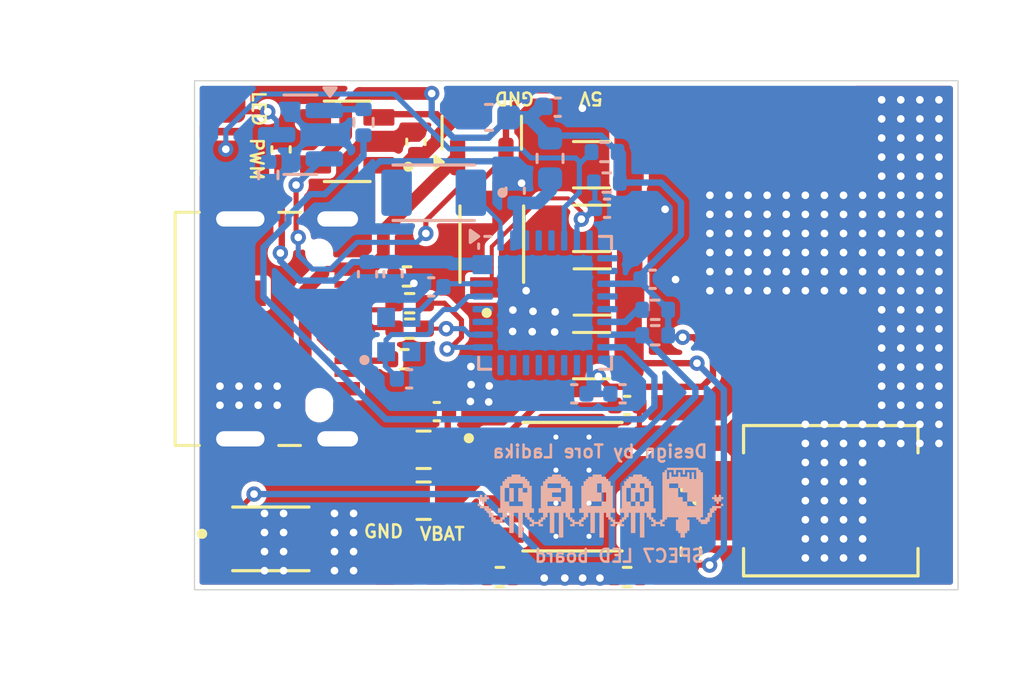
<source format=kicad_pcb>
(kicad_pcb (version 20240108) (generator "pcbnew") (generator_version "8.0")
  (layers (0 "F.Cu" signal) (31 "B.Cu" signal) (34 "B.Paste" user) (35 "F.Paste" user) (36 "B.SilkS" user "B.Silkscreen") (37 "F.SilkS" user "F.Silkscreen") (38 "B.Mask" user) (39 "F.Mask" user) (44 "Edge.Cuts" user))
  (net 0 "")
  (net 1 "GND")
  (net 2 "5V_BUCK")
  (net 3 "5V_USB")
  (net 4 "4.5V")
  (net 7 "Net-(J1-D--PadA7)")
  (net 8 "Net-(J1-D+-PadA6)")
  (net 9 "Net-(J1-CC1)")
  (net 10 "Net-(J1-CC2)")
  (net 11 "BOOT")
  (net 12 "ENABLE")
  (net 19 "USB_D-")
  (net 20 "USB_D+")
  (net 21 "XTAL_N")
  (net 22 "XTAL_P")
  (net 24 "Net-(Q1-B)")
  (net 26 "Net-(U1-GPIO8)")
  (net 29 "VDD3P3")
  (net 30 "3.3V")
  (net 35 "WIFI_ANT")
  (net 37 "LED1_OUT")
  (net 39 "FB")
  (net 41 "SS")
  (net 42 "Net-(U3-BOOT)")
  (net 43 "+BATT")
  (net 44 "Net-(D2-K)")
  (net 45 "Switching frequency")
  (net 46 "PWM1")
  (net 47 "LED1_IN")
  (footprint "Capacitor_SMD:C_0805_2012Metric" (layer "F.Cu") (at 189 86.5 180)
    (property "Reference" "C15" (hide yes))
    (property "Value" "C4.7µF")
  )
  (footprint "Resistor_SMD:R_0402_1005Metric_Pad0.72x0.64mm_HandSolder" (layer "F.Cu") (at 188.453991 79.740363)
    (property "Reference" "R4" (hide yes))
    (property "Value" "R22")
  )
  (footprint "B3U-1000P:SW_B3U-1000P" (layer "F.Cu") (at 183 88)
    (property "Reference" "S1" (hide yes))
    (property "Value" "B3U-1000P")
  )
  (footprint "Resistor_SMD:R_0402_1005Metric" (layer "F.Cu") (at 188.243991 80.940363)
    (property "Reference" "R2" (hide yes))
    (property "Value" "R5.1K")
  )
  (footprint "Capacitor_SMD:C_0402_1005Metric" (layer "F.Cu") (at 183.4 72.7 90)
    (property "Reference" "C2" (hide yes))
    (property "Value" "C1µF")
  )
  (footprint "Capacitor_SMD:C_0402_1005Metric" (layer "F.Cu") (at 199.5 86 90)
    (property "Reference" "C13" (hide yes))
    (property "Value" "C22nF")
  )
  (footprint "Package_TO_SOT_SMD:SOT-23" (layer "F.Cu") (at 191.2875 72.04 90)
    (property "Reference" "D1" (hide yes))
    (property "Value" "BAT54C")
  )
  (footprint "RT9013-33GB:SOT94P279X129-5N" (layer "F.Cu") (at 186 72.38 180)
    (property "Reference" "U2" (hide yes))
    (property "Value" "RT9013-33GB")
  )
  (footprint "Resistor_SMD:R_0402_1005Metric" (layer "F.Cu") (at 197 89.5 180)
    (property "Reference" "R10" (hide yes))
    (property "Value" "R17.8k")
  )
  (footprint "Resistor_SMD:R_0402_1005Metric" (layer "F.Cu") (at 192 89.5)
    (property "Reference" "R11" (hide yes))
    (property "Value" "R84.5k")
  )
  (footprint "custom:solder pad small" (layer "F.Cu") (at 189.5 89)
    (property "Reference" "S3" (hide yes))
    (property "Value" "solder pad")
  )
  (footprint "Capacitor_SMD:C_0402_1005Metric" (layer "F.Cu") (at 189.52 83 180)
    (property "Reference" "C14" (hide yes))
    (property "Value" "C0.1µF")
  )
  (footprint "Connector_USB:USB_C_Receptacle_JAE_DX07S016JA1R1500" (layer "F.Cu") (at 182.95 79.75 -90)
    (property "Reference" "J1" (hide yes))
    (property "Value" "USB_C_Receptacle_USB2.0_16P")
  )
  (footprint "Resistor_SMD:R_0402_1005Metric_Pad0.72x0.64mm_HandSolder" (layer "F.Cu") (at 188.453991 78.740363)
    (property "Reference" "R3" (hide yes))
    (property "Value" "R22")
  )
  (footprint "custom:TECHFUSE SL1050-100M" (layer "F.Cu") (at 204 76.5 90)
    (property "Reference" "L2" (hide yes))
    (property "Value" "L10µH")
  )
  (footprint "custom:solder pad small" (layer "F.Cu") (at 187.5 89 180)
    (property "Reference" "S4" (hide yes))
    (property "Value" "solder pad")
  )
  (footprint "Capacitor_SMD:C_1206_3216Metric" (layer "F.Cu") (at 195.6 75.8 180)
    (property "Reference" "C10" (hide yes))
    (property "Value" "C47µF")
  )
  (footprint "custom:solder pad small" (layer "F.Cu") (at 181.2 71 90)
    (property "Reference" "S7" (hide yes))
    (property "Value" "solder pad")
  )
  (footprint "B3U-1000P:SW_B3U-1000P" (layer "F.Cu") (at 191.68 76.42 90)
    (property "Reference" "S2" (hide yes))
    (property "Value" "B3U-1000P")
  )
  (footprint "LMR14050SDDAR:VREG_LM5017MR_NOPB" (layer "F.Cu") (at 194.85 85.95)
    (property "Reference" "U3" (hide yes))
    (property "Value" "LMR14050SDDAR")
  )
  (footprint "Resistor_SMD:R_0402_1005Metric" (layer "F.Cu") (at 188.35 77.69 180)
    (property "Reference" "R1" (hide yes))
    (property "Value" "R5.1K")
  )
  (footprint "STPS5L60S:DIOM6859X262N" (layer "F.Cu") (at 205 86.5)
    (property "Reference" "D2" (hide yes))
    (property "Value" "D_Schottky")
  )
  (footprint "custom:solder pad small" (layer "F.Cu") (at 197 71 90)
    (property "Reference" "S5" (hide yes))
    (property "Value" "solder pad")
  )
  (footprint "Capacitor_SMD:C_0805_2012Metric" (layer "F.Cu") (at 189 84.5 180)
    (property "Reference" "C16" (hide yes))
    (property "Value" "C4.7µF")
  )
  (footprint "custom:solder pad small" (layer "F.Cu") (at 181.2 73 90)
    (property "Reference" "S8" (hide yes))
    (property "Value" "solder pad")
  )
  (footprint "Capacitor_SMD:C_1206_3216Metric" (layer "F.Cu") (at 195.625 78.3 180)
    (property "Reference" "C9" (hide yes))
    (property "Value" "C47µF")
  )
  (footprint "Capacitor_SMD:C_1206_3216Metric" (layer "F.Cu") (at 195.6 73.3 180)
    (property "Reference" "C11" (hide yes))
    (property "Value" "C47µF")
  )
  (footprint "Capacitor_SMD:C_0402_1005Metric" (layer "F.Cu") (at 188.7 72.4 -90)
    (property "Reference" "C1" (hide yes))
    (property "Value" "C1µF")
  )
  (footprint "Resistor_SMD:R_0402_1005Metric" (layer "F.Cu") (at 199.5 88.5 -90)
    (property "Reference" "R9" (hide yes))
    (property "Value" "R100k")
  )
  (footprint "Capacitor_SMD:C_1206_3216Metric" (layer "F.Cu") (at 195.6 80.8 180)
    (property "Reference" "C8" (hide yes))
    (property "Value" "C47µF")
  )
  (footprint "custom:solder pad small" (layer "F.Cu") (at 194.15 71.35 90)
    (property "Reference" "S6" (hide yes))
    (property "Value" "solder pad")
  )
  (footprint "Capacitor_SMD:C_0402_1005Metric" (layer "F.Cu") (at 197 82.76)
    (property "Reference" "C12" (hide yes))
    (property "Value" "C0.1µF")
  )
  (footprint "LOGO" (layer "B.Cu") (at 195.95 86.58 180)
    (property "Reference" "G***" (hide yes))
    (property "Value" "LOGO" (hide yes))
  )
  (footprint "Capacitor_SMD:C_0402_1005Metric" (layer "B.Cu") (at 187.8 77.6 -90)
    (property "Reference" "C20" (hide yes))
    (property "Value" "C10nF")
  )
  (footprint "Inductor_SMD:L_0603_1608Metric" (layer "B.Cu") (at 193.97 73.0525 90)
    (property "Reference" "L1" (hide yes))
    (property "Value" "L2nH")
  )
  (footprint "Capacitor_SMD:C_0402_1005Metric" (layer "B.Cu") (at 192.6 74.32 90)
    (property "Reference" "C4" (hide yes))
    (property "Value" "C1µF")
  )
  (footprint "Capacitor_SMD:C_0402_1005Metric" (layer "B.Cu") (at 194.92 82.3 180)
    (property "Reference" "C17" (hide yes))
    (property "Value" "C1µF")
  )
  (footprint "Resistor_SMD:R_0402_1005Metric" (layer "B.Cu") (at 198.1 79)
    (property "Reference" "R6" (hide yes))
    (property "Value" "R10k")
  )
  (footprint "Resistor_SMD:R_0402_1005Metric" (layer "B.Cu") (at 196.11 72.8)
    (property "Reference" "R5" (hide yes))
    (property "Value" "R10k")
  )
  (footprint "Capacitor_SMD:C_0402_1005Metric" (layer "B.Cu") (at 186.8 77.6 -90)
    (property "Reference" "C19" (hide yes))
    (property "Value" "C1µF")
  )
  (footprint "Package_DFN_QFN:QFN-32-1EP_5x5mm_P0.5mm_EP3.7x3.7mm" (layer "B.Cu") (at 193.775 78.725 -90)
    (property "Reference" "U1" (hide yes))
    (property "Value" "ESP32-C3")
  )
  (footprint "Capacitor_SMD:C_0402_1005Metric" (layer "B.Cu") (at 188.4325 81.7125)
    (property "Reference" "C21" (hide yes))
    (property "Value" "C12pF")
  )
  (footprint "Capacitor_SMD:C_0603_1608Metric" (layer "B.Cu") (at 191.57 71.44 180)
    (property "Reference" "C6" (hide yes))
    (property "Value" "C10µF")
  )
  (footprint "XRCGB40M000F1S1DR0:OSC_XRCGB40M000F1S1DR0" (layer "B.Cu") (at 188.0275 79.9725)
    (property "Reference" "Y1" (hide yes))
    (property "Value" "XRCGB40M000F1S1DR0")
  )
  (footprint "Capacitor_SMD:C_0402_1005Metric" (layer "B.Cu") (at 189.3 78.1 180)
    (property "Reference" "C22" (hide yes))
    (property "Value" "C12pF")
  )
  (footprint "Capacitor_SMD:C_0402_1005Metric" (layer "B.Cu") (at 198 77.8)
    (property "Reference" "C7" (hide yes))
    (property "Value" "C0.1µF")
  )
  (footprint "2450AT18A100E:ANTC3216X140N" (layer "B.Cu") (at 189.4 74.4 180)
    (property "Reference" "AE1" (hide yes))
    (property "Value" "2450AT18A100E")
  )
  (footprint "Capacitor_SMD:C_0402_1005Metric" (layer "B.Cu") (at 194.27 71.04)
    (property "Reference" "C5" (hide yes))
    (property "Value" "C0.1µF")
  )
  (footprint "Resistor_SMD:R_0402_1005Metric" (layer "B.Cu") (at 198.1 80 180)
    (property "Reference" "R7" (hide yes))
    (property "Value" "R10k")
  )
  (footprint "Resistor_SMD:R_0402_1005Metric" (layer "B.Cu") (at 182.9 73.7 90)
    (property "Reference" "R13" (hide yes))
    (property "Value" "R1k")
  )
  (footprint "Capacitor_SMD:C_0402_1005Metric" (layer "B.Cu") (at 196.21 75.01)
    (property "Reference" "C3" (hide yes))
    (property "Value" "C1µF")
  )
  (footprint "Resistor_SMD:R_0402_1005Metric" (layer "B.Cu") (at 196.2 74 180)
    (property "Reference" "R8" (hide yes))
    (property "Value" "R10k")
  )
  (footprint "Capacitor_SMD:C_0402_1005Metric" (layer "B.Cu") (at 196.82 82.3)
    (property "Reference" "C18" (hide yes))
    (property "Value" "C0.1µF")
  )
  (footprint "Resistor_SMD:R_0402_1005Metric" (layer "B.Cu") (at 186.64 71.63 90)
    (property "Reference" "R12" (hide yes))
    (property "Value" "R1k")
  )
  (footprint "Package_TO_SOT_SMD:SOT-23" (layer "B.Cu") (at 184.1625 72.12 180)
    (property "Reference" "Q1" (hide yes))
    (property "Value" "BC807")
  )
  (gr_rect (start 180 70) (end 210 90) (stroke (width 0.05)) (fill none) (layer "Edge.Cuts"))
  (gr_text "Design by Tore Ladika" (at 200.21 84.86 0) (layer "B.SilkS") (effects (font (size 0.5 0.5) (thickness 0.1)) (justify left bottom mirror)))
  (gr_text "SPEC7 LED board" (at 200.08 88.96 0) (layer "B.SilkS") (effects (font (size 0.5 0.5) (thickness 0.1)) (justify left bottom mirror)))
  (gr_text "VBAT" (at 188.8 88.1 0) (layer "F.SilkS") (effects (font (size 0.5 0.5) (thickness 0.1)) (justify left bottom)))
  (gr_text "5V\n" (at 196.1 70.4 180) (layer "F.SilkS") (effects (font (size 0.5 0.5) (thickness 0.1)) (justify left bottom)))
  (gr_text "GND\n" (at 186.6 88 0) (layer "F.SilkS") (effects (font (size 0.5 0.5) (thickness 0.1)) (justify left bottom)))
  (gr_text "GND\n" (at 193.4 70.4 180) (layer "F.SilkS") (effects (font (size 0.5 0.5) (thickness 0.1)) (justify left bottom)))
  (gr_text "PWM" (at 182.15 72.19 270) (layer "F.SilkS") (effects (font (size 0.5 0.5) (thickness 0.1)) (justify left bottom)))
  (gr_text "LED" (at 182.23 70.35 270) (layer "F.SilkS") (effects (font (size 0.5 0.5) (thickness 0.1)) (justify left bottom)))
  (segment (start 188.05 83.97) (end 189.02 83) (width 1) (layer "F.Cu") (net 1))
  (segment (start 198.49 75.05) (end 198.9 75.46) (width 0.25) (layer "F.Cu") (net 1))
  (segment (start 182.57 72.740001) (end 182.57 74.66) (width 0.5) (layer "F.Cu") (net 1))
  (segment (start 195.24 71.08) (end 194.42 71.08) (width 0.25) (layer "F.Cu") (net 1))
  (segment (start 197.55 85.315) (end 195.485 85.315) (width 1) (layer "F.Cu") (net 1))
  (segment (start 195.485 85.315) (end 194.85 85.95) (width 1) (layer "F.Cu") (net 1))
  (segment (start 198.9 75.46) (end 198.9 77.81) (width 0.25) (layer "F.Cu") (net 1))
  (segment (start 187.5 89) (end 187.5 87.05) (width 1) (layer "F.Cu") (net 1))
  (segment (start 188.866491 77.713509) (end 188.62 77.96) (width 0.25) (layer "F.Cu") (net 1))
  (segment (start 186.06 74.995) (end 185.625 75.43) (width 0.5) (layer "F.Cu") (net 1))
  (segment (start 186 76.65) (end 186 75.805) (width 0.25) (layer "F.Cu") (net 1))
  (segment (start 186.06 73.53) (end 186.06 74.995) (width 0.5) (layer "F.Cu") (net 1))
  (segment (start 188.05 84.5) (end 188.05 83.97) (width 1) (layer "F.Cu") (net 1))
  (segment (start 186.06 72.955001) (end 186.06 73.53) (width 0.25) (layer "F.Cu") (net 1))
  (segment (start 188.314999 71.92) (end 188.7 71.92) (width 0.25) (layer "F.Cu") (net 1))
  (segment (start 186 82.85) (end 186 83.695) (width 0.25) (layer "F.Cu") (net 1))
  (segment (start 187.245 72.38) (end 186.635001 72.38) (width 0.25) (layer "F.Cu") (net 1))
  (segment (start 192.045883 74.83) (end 192.851303 74.02458) (width 0.25) (layer "F.Cu") (net 1))
  (segment (start 197.755 85.52) (end 197.55 85.315) (width 0.5) (layer "F.Cu") (net 1))
  (segment (start 188.05 86.5) (end 188.05 84.5) (width 1) (layer "F.Cu") (net 1))
  (segment (start 188.866491 77.640363) (end 188.866491 77.713509) (width 0.25) (layer "F.Cu") (net 1))
  (segment (start 183.4 72.22) (end 183.090001 72.22) (width 0.5) (layer "F.Cu") (net 1))
  (segment (start 186.06 73.53) (end 186.06 73.88) (width 0.25) (layer "F.Cu") (net 1))
  (segment (start 187.5 87.05) (end 188.05 86.5) (width 1) (layer "F.Cu") (net 1))
  (segment (start 182.57 74.66) (end 181.8 75.43) (width 0.5) (layer "F.Cu") (net 1))
  (segment (start 191.49 74.83) (end 192.045883 74.83) (width 0.25) (layer "F.Cu") (net 1))
  (segment (start 187.245 72.38) (end 187.854999 72.38) (width 0.25) (layer "F.Cu") (net 1))
  (segment (start 183.090001 72.22) (end 182.57 72.740001) (width 0.5) (layer "F.Cu") (net 1))
  (segment (start 194.42 71.08) (end 194.15 71.35) (width 0.25) (layer "F.Cu") (net 1))
  (segment (start 199.5 85.52) (end 197.755 85.52) (width 0.5) (layer "F.Cu") (net 1))
  (segment (start 187.854999 72.38) (end 188.314999 71.92) (width 0.25) (layer "F.Cu") (net 1))
  (segment (start 186 75.805) (end 185.625 75.43) (width 0.25) (layer "F.Cu") (net 1))
  (segment (start 186.635001 72.38) (end 186.06 72.955001) (width 0.25) (layer "F.Cu") (net 1))
  (segment (start 186 83.695) (end 185.625 84.07) (width 0.25) (layer "F.Cu") (net 1))
  (via (at 206.25 75.25) (size 0.6) (drill 0.3) (layers "F.Cu" "B.Cu") (net 1))
  (via (at 206.25 88) (size 0.6) (drill 0.3) (layers "F.Cu" "B.Cu") (net 1))
  (via (at 204.75 77.5) (size 0.6) (drill 0.3) (layers "F.Cu" "B.Cu") (net 1))
  (via (at 200.25 78.25) (size 0.6) (drill 0.3) (layers "F.Cu" "B.Cu") (net 1))
  (via (at 204.75 84.25) (size 0.6) (drill 0.3) (layers "F.Cu" "B.Cu") (net 1))
  (via (at 207.75 80.5) (size 0.6) (drill 0.3) (layers "F.Cu" "B.Cu") (net 1))
  (via (at 207.75 72.25) (size 0.6) (drill 0.3) (layers "F.Cu" "B.Cu") (net 1))
  (via (at 208.5 82.75) (size 0.6) (drill 0.3) (layers "F.Cu" "B.Cu") (net 1))
  (via (at 205.5 85.75) (size 0.6) (drill 0.3) (layers "F.Cu" "B.Cu") (net 1))
  (via (at 182.75 88.5) (size 0.6) (drill 0.3) (layers "F.Cu" "B.Cu") (net 1))
  (via (at 203.25 75.25) (size 0.6) (drill 0.3) (layers "F.Cu" "B.Cu") (net 1))
  (via (at 181.75 82) (size 0.6) (drill 0.3) (layers "F.Cu" "B.Cu") (net 1))
  (via (at 182.5 82) (size 0.6) (drill 0.3) (layers "F.Cu" "B.Cu") (net 1))
  (via (at 208.5 75.25) (size 0.6) (drill 0.3) (layers "F.Cu" "B.Cu") (net 1))
  (via (at 201.75 76) (size 0.6) (drill 0.3) (layers "F.Cu" "B.Cu") (net 1))
  (via (at 203.25 77.5) (size 0.6) (drill 0.3) (layers "F.Cu" "B.Cu") (net 1))
  (via (at 207 84.25) (size 0.6) (drill 0.3) (layers "F.Cu" "B.Cu") (net 1))
  (via (at 207 81.25) (size 0.6) (drill 0.3) (layers "F.Cu" "B.Cu") (net 1))
  (via (at 207.75 74.5) (size 0.6) (drill 0.3) (layers "F.Cu" "B.Cu") (net 1))
  (via (at 200.25 75.25) (size 0.6) (drill 0.3) (layers "F.Cu" "B.Cu") (net 1))
  (via (at 204.75 88) (size 0.6) (drill 0.3) (layers "F.Cu" "B.Cu") (net 1))
  (via (at 193.03 78.25) (size 0.6) (drill 0.3) (layers "F.Cu" "B.Cu") (net 1))
  (via (at 182.75 87) (size 0.6) (drill 0.3) (layers "F.Cu" "B.Cu") (net 1))
  (via (at 181.75 82.75) (size 0.6) (drill 0.3) (layers "F.Cu" "B.Cu") (net 1))
  (via (at 207.75 77.5) (size 0.6) (drill 0.3) (layers "F.Cu" "B.Cu") (net 1))
  (via (at 207.75 73.75) (size 0.6) (drill 0.3) (layers "F.Cu" "B.Cu") (net 1))
  (via (at 204.75 74.5) (size 0.6) (drill 0.3) (layers "F.Cu" "B.Cu") (net 1))
  (via (at 207.75 70.75) (size 0.6) (drill 0.3) (layers "F.Cu" "B.Cu") (net 1))
  (via (at 207 76.75) (size 0.6) (drill 0.3) (layers "F.Cu" "B.Cu") (net 1))
  (via (at 208.5 80.5) (size 0.6) (drill 0.3) (layers "F.Cu" "B.Cu") (net 1))
  (via (at 209.25 84.25) (size 0.6) (drill 0.3) (layers "F.Cu" "B.Cu") (net 1))
  (via (at 204 83.5) (size 0.6) (drill 0.3) (layers "F.Cu" "B.Cu") (net 1))
  (via (at 205.5 88) (size 0.6) (drill 0.3) (layers "F.Cu" "B.Cu") (net 1))
  (via (at 206.25 87.25) (size 0.6) (drill 0.3) (layers "F.Cu" "B.Cu") (net 1))
  (via (at 204.75 85) (size 0.6) (drill 0.3) (layers "F.Cu" "B.Cu") (net 1))
  (via (at 208.5 83.5) (size 0.6) (drill 0.3) (layers "F.Cu" "B.Cu") (net 1))
  (via (at 204.75 86.5) (size 0.6) (drill 0.3) (layers "F.Cu" "B.Cu") (net 1))
  (via (at 208.5 82) (size 0.6) (drill 0.3) (layers "F.Cu" "B.Cu") (net 1))
  (via (at 208.5 74.5) (size 0.6) (drill 0.3) (layers "F.Cu" "B.Cu") (net 1))
  (via (at 192.5 79.85) (size 0.6) (drill 0.3) (layers "F.Cu" "B.Cu") (net 1))
  (via (at 207.75 73) (size 0.6) (drill 0.3) (layers "F.Cu" "B.Cu") (net 1))
  (via (at 209.25 75.25) (size 0.6) (drill 0.3) (layers "F.Cu" "B.Cu") (net 1))
  (via (at 207 79.75) (size 0.6) (drill 0.3) (layers "F.Cu" "B.Cu") (net 1))
  (via (at 206.25 83.5) (size 0.6) (drill 0.3) (layers "F.Cu" "B.Cu") (net 1))
  (via (at 207 75.25) (size 0.6) (drill 0.3) (layers "F.Cu" "B.Cu") (net 1))
  (via (at 191.56 82.62) (size 0.6) (drill 0.3) (layers "F.Cu" "B.Cu") (net 1))
  (via (at 208.5 78.25) (size 0.6) (drill 0.3) (layers "F.Cu" "B.Cu") (net 1))
  (via (at 207 83.5) (size 0.6) (drill 0.3) (layers "F.Cu" "B.Cu") (net 1))
  (via (at 207 72.25) (size 0.6) (drill 0.3) (layers "F.Cu" "B.Cu") (net 1))
  (via (at 201 78.25) (size 0.6) (drill 0.3) (layers "F.Cu" "B.Cu") (net 1))
  (via (at 190.87 81.94) (size 0.6) (drill 0.3) (layers "F.Cu" "B.Cu") (net 1))
  (via (at 206.25 85) (size 0.6) (drill 0.3) (layers "F.Cu" "B.Cu") (net 1))
  (via (at 200.25 77.5) (size 0.6) (drill 0.3) (layers "F.Cu" "B.Cu") (net 1))
  (via (at 186.25 87.75) (size 0.6) (drill 0.3) (layers "F.Cu" "B.Cu") (net 1))
  (via (at 206.25 78.25) (size 0.6) (drill 0.3) (layers "F.Cu" "B.Cu") (net 1))
  (via (at 207 82) (size 0.6) (drill 0.3) (layers "F.Cu" "B.Cu") (net 1))
  (via (at 201 74.5) (size 0.6) (drill 0.3) (layers "F.Cu" "B.Cu") (net 1))
  (via (at 191.58 81.99) (size 0.6) (drill 0.3) (layers "F.Cu" "B.Cu") (net 1))
  (via (at 200.25 76) (size 0.6) (drill 0.3) (layers "F.Cu" "B.Cu") (net 1))
  (via (at 194.55 89.54) (size 0.6) (drill 0.3) (layers "F.Cu" "B.Cu") (net 1))
  (via (at 188.62 77.96) (size 0.6) (drill 0.3) (layers "F.Cu" "B.Cu") (net 1))
  (via (at 204 86.5) (size 0.6) (drill 0.3) (layers "F.Cu" "B.Cu") (net 1))
  (via (at 204 76) (size 0.6) (drill 0.3) (layers "F.Cu" "B.Cu") (net 1))
  (via (at 198.49 75.05) (size 0.6) (drill 0.3) (layers "F.Cu" "B.Cu") (net 1))
  (via (at 204.75 88.75) (size 0.6) (drill 0.3) (layers "F.Cu" "B.Cu") (net 1))
  (via (at 201 76) (size 0.6) (drill 0.3) (layers "F.Cu" "B.Cu") (net 1))
  (via (at 208.5 81.25) (size 0.6) (drill 0.3) (layers "F.Cu" "B.Cu") (net 1))
  (via (at 195.93 89.54) (size 0.6) (drill 0.3) (layers "F.Cu" "B.Cu") (net 1))
  (via (at 205.5 88.75) (size 0.6) (drill 0.3) (layers "F.Cu" "B.Cu") (net 1))
  (via (at 206.25 86.5) (size 0.6) (drill 0.3) (layers "F.Cu" "B.Cu") (net 1))
  (via (at 207 78.25) (size 0.6) (drill 0.3) (layers "F.Cu" "B.Cu") (net 1))
  (via (at 195.24 71.08) (size 0.6) (drill 0.3) (layers "F.Cu" "B.Cu") (net 1))
  (via (at 204 88) (size 0.6) (drill 0.3) (layers "F.Cu" "B.Cu") (net 1))
  (via (at 208.5 79.75) (size 0.6) (drill 0.3) (layers "F.Cu" "B.Cu") (net 1))
  (via (at 205.5 74.5) (size 0.6) (drill 0.3) (layers "F.Cu" "B.Cu") (net 1))
  (via (at 208.5 73.75) (size 0.6) (drill 0.3) (layers "F.Cu" "B.Cu") (net 1))
  (via (at 202.5 75.25) (size 0.6) (drill 0.3) (layers "F.Cu" "B.Cu") (net 1))
  (via (at 207.75 82) (size 0.6) (drill 0.3) (layers "F.Cu" "B.Cu") (net 1))
  (via (at 204.75 78.25) (size 0.6) (drill 0.3) (layers "F.Cu" "B.Cu") (net 1))
  (via (at 208.5 79) (size 0.6) (drill 0.3) (layers "F.Cu" "B.Cu") (net 1))
  (via (at 204 84.25) (size 0.6) (drill 0.3) (layers "F.Cu" "B.Cu") (net 1))
  (via (at 181 82.75) (size 0.6) (drill 0.3) (layers "F.Cu" "B.Cu") (net 1))
  (via (at 183.5 89.25) (size 0.6) (drill 0.3) (layers "F.Cu" "B.Cu") (net 1))
  (via (at 208.5 71.5) (size 0.6) (drill 0.3) (layers "F.Cu" "B.Cu") (net 1))
  (via (at 205.5 84.25) (size 0.6) (drill 0.3) (layers "F.Cu" "B.Cu") (net 1))
  (via (at 207.75 71.5) (size 0.6) (drill 0.3) (layers "F.Cu" "B.Cu") (net 1))
  (via (at 205.5 86.5) (size 0.6) (drill 0.3) (layers "F.Cu" "B.Cu") (net 1))
  (via (at 206.25 85.75) (size 0.6) (drill 0.3) (layers "F.Cu" "B.Cu") (net 1))
  (via (at 200.25 74.5) (size 0.6) (drill 0.3) (layers "F.Cu" "B.Cu") (net 1))
  (via (at 204 87.25) (size 0.6) (drill 0.3) (layers "F.Cu" "B.Cu") (net 1))
  (via (at 195.25 89.54) (size 0.6) (drill 0.3) (layers "F.Cu" "B.Cu") (net 1))
  (via (at 207.75 79.75) (size 0.6) (drill 0.3) (layers "F.Cu" "B.Cu") (net 1))
  (via (at 183.25 82) (size 0.6) (drill 0.3) (layers "F.Cu" "B.Cu") (net 1))
  (via (at 209.25 78.25) (size 0.6) (drill 0.3) (layers "F.Cu" "B.Cu") (net 1))
  (via (at 207.75 82.75) (size 0.6) (drill 0.3) (layers "F.Cu" "B.Cu") (net 1))
  (via (at 207.75 76.75) (size 0.6) (drill 0.3) (layers "F.Cu" "B.Cu") (net 1))
  (via (at 208.5 70.75) (size 0.6) (drill 0.3) (layers "F.Cu" "B.Cu") (net 1))
  (via (at 190.84 82.6) (size 0.6) (drill 0.3) (layers "F.Cu" "B.Cu") (net 1))
  (via (at 207 71.5) (size 0.6) (drill 0.3) (layers "F.Cu" "B.Cu") (net 1))
  (via (at 209.25 73.75) (size 0.6) (drill 0.3) (layers "F.Cu" "B.Cu") (net 1))
  (via (at 204.75 75.25) (size 0.6) (drill 0.3) (layers "F.Cu" "B.Cu") (net 1))
  (via (at 209.25 82) (size 0.6) (drill 0.3) (layers "F.Cu" "B.Cu") (net 1))
  (via (at 205.5 75.25) (size 0.6) (drill 0.3) (layers "F.Cu" "B.Cu") (net 1))
  (via (at 182.75 89.25) (size 0.6) (drill 0.3) (layers "F.Cu" "B.Cu") (net 1))
  (via (at 206.25 88.75) (size 0.6) (drill 0.3) (layers "F.Cu" "B.Cu") (net 1))
  (via (at 207.75 83.5) (size 0.6) (drill 0.3) (layers "F.Cu" "B.Cu") (net 1))
  (via (at 204.75 87.25) (size 0.6) (drill 0.3) (layers "F.Cu" "B.Cu") (net 1))
  (via (at 183.5 87) (size 0.6) (drill 0.3) (layers "F.Cu" "B.Cu") (net 1))
  (via (at 207 80.5) (size 0.6) (drill 0.3) (layers "F.Cu" "B.Cu") (net 1))
  (via (at 206.25 76.75) (size 0.6) (drill 0.3) (layers "F.Cu" "B.Cu") (net 1))
  (via (at 198.9 77.81) (size 0.6) (drill 0.3) (layers "F.Cu" "B.Cu") (net 1))
  (via (at 183.25 82.75) (size 0.6) (drill 0.3) (layers "F.Cu" "B.Cu") (net 1))
  (via (at 207 73) (size 0.6) (drill 0.3) (layers "F.Cu" "B.Cu") (net 1))
  (via (at 202.5 76.75) (size 0.6) (drill 0.3) (layers "F.Cu" "B.Cu") (net 1))
  (via (at 207 74.5) (size 0.6) (drill 0.3) (layers "F.Cu" "B.Cu") (net 1))
  (via (at 192.851303 74.02458) (size 0.6) (drill 0.3) (layers "F.Cu" "B.Cu") (net 1))
  (via (at 206.25 77.5) (size 0.6) (drill 0.3) (layers "F.Cu" "B.Cu") (net 1))
  (via (at 185.5 87.75) (size 0.6) (drill 0.3) (layers "F.Cu" "B.Cu") (net 1))
  (via (at 204 88.75) (size 0.6) (drill 0.3) (layers "F.Cu" "B.Cu") (net 1))
  (via (at 209.25 70.75) (size 0.6) (drill 0.3) (layers "F.Cu" "B.Cu") (net 1))
  (via (at 209.25 77.5) (size 0.6) (drill 0.3) (layers "F.Cu" "B.Cu") (net 1))
  (via (at 204 76.75) (size 0.6) (drill 0.3) (layers "F.Cu" "B.Cu") (net 1))
  (via (at 190.86 81.23) (size 0.6) (drill 0.3) (layers "F.Cu" "B.Cu") (net 1))
  (via (at 207.75 79) (size 0.6) (drill 0.3) (layers "F.Cu" "B.Cu") (net 1))
  (via (at 205.5 76.75) (size 0.6) (drill 0.3) (layers "F.Cu" "B.Cu") (net 1))
  (via (at 204 74.5) (size 0.6) (drill 0.3) (layers "F.Cu" "B.Cu") (net 1))
  (via (at 185.5 88.5) (size 0.6) (drill 0.3) (layers "F.Cu" "B.Cu") (net 1))
  (via (at 209.25 71.5) (size 0.6) (drill 0.3) (layers "F.Cu" "B.Cu") (net 1))
  (via (at 203.25 76.75) (size 0.6) (drill 0.3) (layers "F.Cu" "B.Cu") (net 1))
  (via (at 205.5 83.5) (size 0.6) (drill 0.3) (layers "F.Cu" "B.Cu") (net 1))
  (via (at 207.75 75.25) (size 0.6) (drill 0.3) (layers "F.Cu" "B.Cu") (net 1))
  (via (at 186.25 87) (size 0.6) (drill 0.3) (layers "F.Cu" "B.Cu") (net 1))
  (via (at 186.25 88.5) (size 0.6) (drill 0.3) (layers "F.Cu" "B.Cu") (net 1))
  (via (at 202.5 77.5) (size 0.6) (drill 0.3) (layers "F.Cu" "B.Cu") (net 1))
  (via (at 208.5 77.5) (size 0.6) (drill 0.3) (layers "F.Cu" "B.Cu") (net 1))
  (via (at 204.75 83.5) (size 0.6) (drill 0.3) (layers "F.Cu" "B.Cu") (net 1))
  (via (at 208.5 72.25) (size 0.6) (drill 0.3) (layers "F.Cu" "B.Cu") (net 1))
  (via (at 208.5 84.25) (size 0.6) (drill 0.3) (layers "F.Cu" "B.Cu") (net 1))
  (via (at 204.75 76) (size 0.6) (drill 0.3) (layers "F.Cu" "B.Cu") (net 1))
  (via (at 207 73.75) (size 0.6) (drill 0.3) (layers "F.Cu" "B.Cu") (net 1))
  (via (at 209.25 74.5) (size 0.6) (drill 0.3) (layers "F.Cu" "B.Cu") (net 1))
  (via (at 202.5 74.5) (size 0.6) (drill 0.3) (layers "F.Cu" "B.Cu") (net 1))
  (via (at 207 79) (size 0.6) (drill 0.3) (layers "F.Cu" "B.Cu") (net 1))
  (via (at 205.5 85) (size 0.6) (drill 0.3) (layers "F.Cu" "B.Cu") (net 1))
  (via (at 207 70.75) (size 0.6) (drill 0.3) (layers "F.Cu" "B.Cu") (net 1))
  (via (at 209.25 83.5) (size 0.6) (drill 0.3) (layers "F.Cu" "B.Cu") (net 1))
  (via (at 201.75 77.5) (size 0.6) (drill 0.3) (layers "F.Cu" "B.Cu") (net 1))
  (via (at 209.25 72.25) (size 0.6) (drill 0.3) (layers "F.Cu" "B.Cu") (net 1))
  (via (at 206.25 76) (size 0.6) (drill 0.3) (layers "F.Cu" "B.Cu") (net 1))
  (via (at 202.5 78.25) (size 0.6) (drill 0.3) (layers "F.Cu" "B.Cu") (net 1))
  (via (at 193.74 89.54) (size 0.6) (drill 0.3) (layers "F.Cu" "B.Cu") (net 1))
  (via (at 205.5 78.25) (size 0.6) (drill 0.3) (layers "F.Cu" "B.Cu") (net 1))
  (via (at 209.25 73) (size 0.6) (drill 0.3) (layers "F.Cu" "B.Cu") (net 1))
  (via (at 193.3 79.06) (size 0.6) (drill 0.3) (layers "F.Cu" "B.Cu") (net 1))
  (via (at 183.5 87.75) (size 0.6) (drill 0.3) (layers "F.Cu" "B.Cu") (net 1))
  (via (at 194.15 79.87) (size 0.6) (drill 0.3) (layers "F.Cu" "B.Cu") (net 1))
  (via (at 207.75 78.25) (size 0.6) (drill 0.3) (layers "F.Cu" "B.Cu") (net 1))
  (via (at 209.25 82.75) (size 0.6) (drill 0.3) (layers "F.Cu" "B.Cu") (net 1))
  (via (at 207.75 76) (size 0.6) (drill 0.3) (layers "F.Cu" "B.Cu") (net 1))
  (via (at 209.25 79.75) (size 0.6) (drill 0.3) (layers "F.Cu" "B.Cu") (net 1))
  (via (at 204.75 85.75) (size 0.6) (drill 0.3) (layers "F.Cu" "B.Cu") (net 1))
  (via (at 208.5 76) (size 0.6) (drill 0.3) (layers "F.Cu" "B.Cu") (net 1))
  (via (at 201.75 76.75) (size 0.6) (drill 0.3) (layers "F.Cu" "B.Cu") (net 1))
  (via (at 185.5 89.25) (size 0.6) (drill 0.3) (layers "F.Cu" "B.Cu") (net 1))
  (via (at 203.25 76) (size 0.6) (drill 0.3) (layers "F.Cu" "B.Cu") (net 1))
  (via (at 201 76.75) (size 0.6) (drill 0.3) (layers "F.Cu" "B.Cu") (net 1))
  (via (at 201.75 75.25) (size 0.6) (drill 0.3) (layers "F.Cu" "B.Cu") (net 1))
  (via (at 205.5 76) (size 0.6) (drill 0.3) (layers "F.Cu" "B.Cu") (net 1))
  (via (at 207 76) (size 0.6) (drill 0.3) (layers "F.Cu" "B.Cu") (net 1))
  (via (at 204.75 76.75) (size 0.6) (drill 0.3) (layers "F.Cu" "B.Cu") (net 1))
  (via (at 201.75 74.5) (size 0.6) (drill 0.3) (layers "F.Cu" "B.Cu") (net 1))
  (via (at 207.75 81.25) (size 0.6) (drill 0.3) (layers "F.Cu" "B.Cu") (net 1))
  (via (at 182.75 87.75) (size 0.6) (drill 0.3) (layers "F.Cu" "B.Cu") (net 1))
  (via (at 192.51 79.01) (size 0.6) (drill 0.3) (layers "F.Cu" "B.Cu") (net 1))
  (via (at 208.5 73) (size 0.6) (drill 0.3) (layers "F.Cu" "B.Cu") (net 1))
  (via (at 206.25 84.25) (size 0.6) (drill 0.3) (layers "F.Cu" "B.Cu") (net 1))
  (via (at 182.5 82.75) (size 0.6) (drill 0.3) (layers "F.Cu" "B.Cu") (net 1))
  (via (at 185.5 87) (size 0.6) (drill 0.3) (layers "F.Cu" "B.Cu") (net 1))
  (via (at 205.5 87.25) (size 0.6) (drill 0.3) (layers "F.Cu" "B.Cu") (net 1))
  (via (at 209.25 81.25) (size 0.6) (drill 0.3) (layers "F.Cu" "B.Cu") (net 1))
  (via (at 203.25 78.25) (size 0.6) (drill 0.3) (layers "F.Cu" "B.Cu") (net 1))
  (via (at 181 82) (size 0.6) (drill 0.3) (layers "F.Cu" "B.Cu") (net 1))
  (via (at 203.25 74.5) (size 0.6) (drill 0.3) (layers "F.Cu" "B.Cu") (net 1))
  (via (at 194.17 79.08) (size 0.6) (drill 0.3) (layers "F.Cu" "B.Cu") (net 1))
  (via (at 201 77.5) (size 0.6) (drill 0.3) (layers "F.Cu" "B.Cu") (net 1))
  (via (at 193.27 79.86) (size 0.6) (drill 0.3) (layers "F.Cu" "B.Cu") (net 1))
  (via (at 183.5 88.5) (size 0.6) (drill 0.3) (layers "F.Cu" "B.Cu") (net 1))
  (via (at 206.25 74.5) (size 0.6) (drill 0.3) (layers "F.Cu" "B.Cu") (net 1))
  (via (at 207.75 84.25) (size 0.6) (drill 0.3) (layers "F.Cu" "B.Cu") (net 1))
  (via (at 200.25 76.75) (size 0.6) (drill 0.3) (layers "F.Cu" "B.Cu") (net 1))
  (via (at 204 77.5) (size 0.6) (drill 0.3) (layers "F.Cu" "B.Cu") (net 1))
  (via (at 204 78.25) (size 0.6) (drill 0.3) (layers "F.Cu" "B.Cu") (net 1))
  (via (at 201.75 78.25) (size 0.6) (drill 0.3) (layers "F.Cu" "B.Cu") (net 1))
  (via (at 204 85) (size 0.6) (drill 0.3) (layers "F.Cu" "B.Cu") (net 1))
  (via (at 209.25 80.5) (size 0.6) (drill 0.3) (layers "F.Cu" "B.Cu") (net 1))
  (via (at 209.25 76) (size 0.6) (drill 0.3) (layers "F.Cu" "B.Cu") (net 1))
  (via (at 202.5 76) (size 0.6) (drill 0.3) (layers "F.Cu" "B.Cu") (net 1))
  (via (at 204 75.25) (size 0.6) (drill 0.3) (layers "F.Cu" "B.Cu") (net 1))
  (via (at 207 77.5) (size 0.6) (drill 0.3) (layers "F.Cu" "B.Cu") (net 1))
  (via (at 204 85.75) (size 0.6) (drill 0.3) (layers "F.Cu" "B.Cu") (net 1))
  (via (at 205.5 77.5) (size 0.6) (drill 0.3) (layers "F.Cu" "B.Cu") (net 1))
  (via (at 186.25 89.25) (size 0.6) (drill 0.3) (layers "F.Cu" "B.Cu") (net 1))
  (via (at 201 75.25) (size 0.6) (drill 0.3) (layers "F.Cu" "B.Cu") (net 1))
  (via (at 208.5 76.75) (size 0.6) (drill 0.3) (layers "F.Cu" "B.Cu") (net 1))
  (via (at 209.25 76.75) (size 0.6) (drill 0.3) (layers "F.Cu" "B.Cu") (net 1))
  (via (at 209.25 79) (size 0.6) (drill 0.3) (layers "F.Cu" "B.Cu") (net 1))
  (via (at 207 82.75) (size 0.6) (drill 0.3) (layers "F.Cu" "B.Cu") (net 1))
  (segment (start 198.9 77.81) (end 198.49 77.81) (width 0.25) (layer "B.Cu") (net 1))
  (segment (start 196.7035 82.8965) (end 197.3 82.3) (width 0.157) (layer "B.Cu") (net 1))
  (segment (start 187.285 73.165) (end 185.625 74.825) (width 0.25) (layer "B.Cu") (net 1))
  (segment (start 192.78458 74.02458) (end 192.6 73.84) (width 0.25) (layer "B.Cu") (net 1))
  (segment (start 192.851303 74.02458) (end 192.78458 74.02458) (width 0.25) (layer "B.Cu") (net 1))
  (segment (start 182.9 74.21) (end 182.9 74.33) (width 0.2) (layer "B.Cu") (net 1))
  (segment (start 182.9 74.33) (end 181.8 75.43) (width 0.2) (layer "B.Cu") (net 1))
  (segment (start 198.45 75.01) (end 198.49 75.05) (width 0.25) (layer "B.Cu") (net 1))
  (segment (start 194.75 71.04) (end 195.2 71.04) (width 0.25) (layer "B.Cu") (net 1))
  (segment (start 194.44 82.3) (end 194.44 82.609999) (width 0.157) (layer "B.Cu") (net 1))
  (segment (start 194.75 70.59) (end 194.75 71.04) (width 0.25) (layer "B.Cu") (net 1))
  (segment (start 191.925 73.165) (end 187.285 73.165) (width 0.25) (layer "B.Cu") (net 1))
  (segment (start 192.6 73.84) (end 191.925 73.165) (width 0.25) (layer "B.Cu") (net 1))
  (segment (start 194.495 70.335) (end 194.75 70.59) (width 0.25) (layer "B.Cu") (net 1))
  (segment (start 198.49 77.81) (end 198.48 77.8) (width 0.25) (layer "B.Cu") (net 1))
  (segment (start 196.69 75.01) (end 198.45 75.01) (width 0.25) (layer "B.Cu") (net 1))
  (segment (start 190.795 71.44) (end 191.9 70.335) (width 0.25) (layer "B.Cu") (net 1))
  (segment (start 195.2 71.04) (end 195.24 71.08) (width 0.25) (layer "B.Cu") (net 1))
  (segment (start 185.625 74.825) (end 185.625 75.43) (width 0.25) (layer "B.Cu") (net 1))
  (segment (start 194.726501 82.8965) (end 196.7035 82.8965) (width 0.157) (layer "B.Cu") (net 1))
  (segment (start 194.44 82.609999) (end 194.726501 82.8965) (width 0.157) (layer "B.Cu") (net 1))
  (segment (start 191.9 70.335) (end 194.495 70.335) (width 0.25) (layer "B.Cu") (net 1))
  (segment (start 197.875 71.875) (end 197 71) (width 1) (layer "F.Cu") (net 2))
  (segment (start 189.09 75.5) (end 189.09 76) (width 0.2) (layer "F.Cu") (net 2))
  (segment (start 198.5 71.875) (end 197.875 71.875) (width 1) (layer "F.Cu") (net 2))
  (segment (start 197.371942 81.096942) (end 197.075 80.8) (width 0.25) (layer "F.Cu") (net 2))
  (segment (start 192.2375 72.9775) (end 192.25 72.965) (width 0.25) (layer "F.Cu") (net 2))
  (segment (start 197.075 73.3) (end 197.075 75.8) (width 1) (layer "F.Cu") (net 2))
  (segment (start 197.075 78.325) (end 197.1 78.3) (width 1) (layer "F.Cu") (net 2))
  (segment (start 197 71) (end 197 73.225) (width 1) (layer "F.Cu") (net 2))
  (segment (start 183.991544 76.068456) (end 183.94 76.12) (width 0.2) (layer "F.Cu") (net 2))
  (segment (start 192.2375 72.9775) (end 192.2375 71.2625) (width 0.25) (layer "F.Cu") (net 2))
  (segment (start 199.743058 81.096942) (end 197.371942 81.096942) (width 0.25) (layer "F.Cu") (net 2))
  (segment (start 196.375 70.375) (end 197 71) (width 0.25) (layer "F.Cu") (net 2))
  (segment (start 197.075 80.8) (end 197.075 78.325) (width 1) (layer "F.Cu") (net 2))
  (segment (start 183.94 76.12) (end 183.97402 76.15402) (width 0.2) (layer "F.Cu") (net 2))
  (segment (start 197 73.225) (end 197.075 73.3) (width 1) (layer "F.Cu") (net 2))
  (segment (start 199.5 89.01) (end 200.22 89.01) (width 0.25) (layer "F.Cu") (net 2))
  (segment (start 198.5 71.875) (end 197.075 73.3) (width 1) (layer "F.Cu") (net 2))
  (segment (start 193.125 70.375) (end 196.375 70.375) (width 0.25) (layer "F.Cu") (net 2))
  (segment (start 192.2375 71.2625) (end 193.125 70.375) (width 0.25) (layer "F.Cu") (net 2))
  (segment (start 191.205 74.01) (end 190.58 74.01) (width 0.2) (layer "F.Cu") (net 2))
  (segment (start 200.22 89.01) (end 200.24 89.03) (width 0.25) (layer "F.Cu") (net 2))
  (segment (start 197.1 75.825) (end 197.075 75.8) (width 1) (layer "F.Cu") (net 2))
  (segment (start 204 71.875) (end 198.5 71.875) (width 1) (layer "F.Cu") (net 2))
  (segment (start 190.58 74.01) (end 189.09 75.5) (width 0.2) (layer "F.Cu") (net 2))
  (segment (start 192.2375 72.9775) (end 191.205 74.01) (width 0.2) (layer "F.Cu") (net 2))
  (segment (start 183.991544 74.097222) (end 183.991544 76.068456) (width 0.2) (layer "F.Cu") (net 2))
  (segment (start 183.97402 76.15402) (end 184.076456 76.15402) (width 0.2) (layer "F.Cu") (net 2))
  (segment (start 197.1 78.3) (end 197.1 75.825) (width 1) (layer "F.Cu") (net 2))
  (via (at 184.076456 76.15402) (size 0.6) (drill 0.3) (layers "F.Cu" "B.Cu") (net 2))
  (via (at 200.24 89.03) (size 0.6) (drill 0.3) (layers "F.Cu" "B.Cu") (net 2))
  (via (at 199.743058 81.096942) (size 0.6) (drill 0.3) (layers "F.Cu" "B.Cu") (net 2))
  (via (at 183.991544 74.097222) (size 0.6) (drill 0.3) (layers "F.Cu" "B.Cu") (net 2))
  (via (at 189.09 76) (size 0.6) (drill 0.3) (layers "F.Cu" "B.Cu") (net 2))
  (segment (start 185.018766 73.07) (end 183.991544 74.097222) (width 0.25) (layer "B.Cu") (net 2))
  (segment (start 199.743058 81.096942) (end 200.8 82.153884) (width 0.25) (layer "B.Cu") (net 2))
  (segment (start 184.076456 76.845695) (end 184.630761 77.4) (width 0.2) (layer "B.Cu") (net 2))
  (segment (start 188.74 76.35) (end 189.09 76) (width 0.2) (layer "B.Cu") (net 2))
  (segment (start 184.076456 76.15402) (end 184.076456 76.845695) (width 0.2) (layer "B.Cu") (net 2))
  (segment (start 186.388959 76.35) (end 188.74 76.35) (width 0.2) (layer "B.Cu") (net 2))
  (segment (start 185.338959 77.4) (end 186.388959 76.35) (width 0.2) (layer "B.Cu") (net 2))
  (segment (start 200.8 82.153884) (end 200.8 88.4) (width 0.25) (layer "B.Cu") (net 2))
  (segment (start 200.8 88.4) (end 200.24 88.96) (width 0.25) (layer "B.Cu") (net 2))
  (segment (start 200.24 88.96) (end 200.24 89.03) (width 0.25) (layer "B.Cu") (net 2))
  (segment (start 184.630761 77.4) (end 185.338959 77.4) (width 0.2) (layer "B.Cu") (net 2))
  (segment (start 185.1 73.07) (end 185.018766 73.07) (width 0.25) (layer "B.Cu") (net 2))
  (segment (start 186 82.1) (end 185.3 82.1) (width 0.2) (layer "F.Cu") (net 3))
  (segment (start 184.35 78.254594) (end 184.35 81.15) (width 0.5) (layer "F.Cu") (net 3))
  (segment (start 187.42 75.895) (end 190.3375 72.9775) (width 0.5) (layer "F.Cu") (net 3))
  (segment (start 186.91 77.4) (end 187.42 76.89) (width 0.5) (layer "F.Cu") (net 3))
  (segment (start 184.35 81.15) (end 184.94 81.74) (width 0.5) (layer "F.Cu") (net 3))
  (segment (start 186 77.4) (end 186.91 77.4) (width 0.5) (layer "F.Cu") (net 3))
  (segment (start 185.047297 77.557297) (end 184.35 78.254594) (width 0.5) (layer "F.Cu") (net 3))
  (segment (start 187.42 76.89) (end 187.42 75.895) (width 0.5) (layer "F.Cu") (net 3))
  (segment (start 185.047297 77.557297) (end 185.204594 77.4) (width 0.25) (layer "F.Cu") (net 3))
  (segment (start 185.204594 77.4) (end 186 77.4) (width 0.25) (layer "F.Cu") (net 3))
  (segment (start 185.3 82.1) (end 184.94 81.74) (width 0.2) (layer "F.Cu") (net 3))
  (segment (start 184.94 81.74) (end 184.91 81.74) (width 0.2) (layer "F.Cu") (net 3))
  (segment (start 189.009999 72.88) (end 189.54 72.349999) (width 0.5) (layer "F.Cu") (net 4))
  (segment (start 187.37 71.315) (end 189.525 71.315) (width 0.25) (layer "F.Cu") (net 4))
  (segment (start 190.622316 71.1025) (end 191.2875 71.1025) (width 0.5) (layer "F.Cu") (net 4))
  (segment (start 189.967408 71.757408) (end 190.622316 71.1025) (width 0.5) (layer "F.Cu") (net 4))
  (segment (start 189.54 72.349999) (end 189.54 72.184816) (width 0.5) (layer "F.Cu") (net 4))
  (segment (start 187.245 71.44) (end 187.37 71.315) (width 0.25) (layer "F.Cu") (net 4))
  (segment (start 188.26 73.32) (end 188.7 72.88) (width 0.5) (layer "F.Cu") (net 4))
  (segment (start 189.54 72.184816) (end 189.967408 71.757408) (width 0.5) (layer "F.Cu") (net 4))
  (segment (start 187.245 73.32) (end 188.26 73.32) (width 0.5) (layer "F.Cu") (net 4))
  (segment (start 189.525 71.315) (end 189.967408 71.757408) (width 0.25) (layer "F.Cu") (net 4))
  (segment (start 188.7 72.88) (end 189.009999 72.88) (width 0.5) (layer "F.Cu") (net 4))
  (segment (start 186 79) (end 185.25 79) (width 0.2) (layer "F.Cu") (net 7))
  (segment (start 184.9 80.135) (end 185.265 80.5) (width 0.2) (layer "F.Cu") (net 7))
  (segment (start 186 79) (end 187.7025 79) (width 0.2) (layer "F.Cu") (net 7))
  (segment (start 185.265 80.5) (end 186 80.5) (width 0.2) (layer "F.Cu") (net 7))
  (segment (start 187.7025 79) (end 188.0025 78.7) (width 0.2) (layer "F.Cu") (net 7))
  (segment (start 185.25 79) (end 184.9 79.35) (width 0.2) (layer "F.Cu") (net 7))
  (segment (start 184.9 79.35) (end 184.9 80.135) (width 0.2) (layer "F.Cu") (net 7))
  (segment (start 187 79.7) (end 188.0025 79.7) (width 0.2) (layer "F.Cu") (net 8))
  (segment (start 187 79.7) (end 186.8 79.5) (width 0.2) (layer "F.Cu") (net 8))
  (segment (start 186.8 80) (end 187 79.8) (width 0.2) (layer "F.Cu") (net 8))
  (segment (start 187 79.8) (end 187 79.7) (width 0.2) (layer "F.Cu") (net 8))
  (segment (start 186.8 79.5) (end 186 79.5) (width 0.2) (layer "F.Cu") (net 8))
  (segment (start 186 80) (end 186.8 80) (width 0.2) (layer "F.Cu") (net 8))
  (segment (start 186 78) (end 187.5925 78) (width 0.25) (layer "F.Cu") (net 9))
  (segment (start 187.5925 78) (end 187.9925 77.6) (width 0.25) (layer "F.Cu") (net 9))
  (segment (start 186 81) (end 187.78 81) (width 0.25) (layer "F.Cu") (net 10))
  (segment (start 187.78 81) (end 187.88 80.9) (width 0.25) (layer "F.Cu") (net 10))
  (segment (start 182.34 86.24) (end 181.3 87.28) (width 0.2) (layer "F.Cu") (net 11))
  (segment (start 181.3 87.28) (end 181.3 88) (width 0.2) (layer "F.Cu") (net 11))
  (via (at 182.34 86.24) (size 0.6) (drill 0.3) (layers "F.Cu" "B.Cu") (net 11))
  (segment (start 193.61 88.59) (end 196.2 88.59) (width 0.25) (layer "B.Cu") (net 11))
  (segment (start 182.34 86.24) (end 191.26 86.24) (width 0.25) (layer "B.Cu") (net 11))
  (segment (start 191.26 86.24) (end 193.61 88.59) (width 0.25) (layer "B.Cu") (net 11))
  (segment (start 196.4 85.68) (end 199.68 82.4) (width 0.25) (layer "B.Cu") (net 11))
  (segment (start 199.68 82.09) (end 197.59 80) (width 0.25) (layer "B.Cu") (net 11))
  (segment (start 197.565 79.975) (end 196.225 79.975) (width 0.25) (layer "B.Cu") (net 11))
  (segment (start 197.59 80) (end 197.565 79.975) (width 0.25) (layer "B.Cu") (net 11))
  (segment (start 196.2 88.59) (end 196.4 88.39) (width 0.25) (layer "B.Cu") (net 11))
  (segment (start 196.4 88.39) (end 196.4 85.68) (width 0.25) (layer "B.Cu") (net 11))
  (segment (start 199.68 82.4) (end 199.68 82.09) (width 0.25) (layer "B.Cu") (net 11))
  (segment (start 195.199999 75.438966) (end 195.245 75.483967) (width 0.25) (layer "F.Cu") (net 12))
  (segment (start 193.574162 74.6215) (end 194.675838 74.6215) (width 0.157) (layer "F.Cu") (net 12))
  (segment (start 191.68 78.12) (end 191.68 76.515662) (width 0.157) (layer "F.Cu") (net 12))
  (segment (start 195.199999 75.145661) (end 195.199999 75.438966) (width 0.157) (layer "F.Cu") (net 12))
  (segment (start 191.68 76.515662) (end 193.574162 74.6215) (width 0.157) (layer "F.Cu") (net 12))
  (segment (start 194.675838 74.6215) (end 195.199999 75.145661) (width 0.157) (layer "F.Cu") (net 12))
  (via (at 195.199999 75.438966) (size 0.6) (drill 0.3) (layers "F.Cu" "B.Cu") (net 12))
  (segment (start 195.73 75.01) (end 195.73 74.04) (width 0.2) (layer "B.Cu") (net 12))
  (segment (start 195.025 76.275) (end 195.025 75.715) (width 0.2) (layer "B.Cu") (net 12))
  (segment (start 195.025 75.715) (end 195.73 75.01) (width 0.2) (layer "B.Cu") (net 12))
  (segment (start 195.73 74.04) (end 195.69 74) (width 0.2) (layer "B.Cu") (net 12))
  (segment (start 195.301034 75.438966) (end 195.73 75.01) (width 0.25) (layer "B.Cu") (net 12))
  (segment (start 195.199999 75.438966) (end 195.301034 75.438966) (width 0.25) (layer "B.Cu") (net 12))
  (segment (start 189.819676 78.740363) (end 189.051491 78.740363) (width 0.2) (layer "F.Cu") (net 19))
  (segment (start 190.49 79.410687) (end 189.819676 78.740363) (width 0.2) (layer "F.Cu") (net 19))
  (segment (start 190.49 80.070039) (end 190.49 79.410687) (width 0.2) (layer "F.Cu") (net 19))
  (segment (start 190.020265 80.539774) (end 190.49 80.070039) (width 0.2) (layer "F.Cu") (net 19))
  (segment (start 189.920761 80.539774) (end 190.020265 80.539774) (width 0.2) (layer "F.Cu") (net 19))
  (via (at 189.920761 80.539774) (size 0.6) (drill 0.3) (layers "F.Cu" "B.Cu") (net 19))
  (segment (start 189.920761 80.539774) (end 189.985535 80.475) (width 0.2) (layer "B.Cu") (net 19))
  (segment (start 189.985535 80.475) (end 191.325 80.475) (width 0.2) (layer "B.Cu") (net 19))
  (segment (start 189.051491 79.740363) (end 189.89 79.740363) (width 0.157) (layer "F.Cu") (net 20))
  (via (at 189.89 79.740363) (size 0.6) (drill 0.3) (layers "F.Cu" "B.Cu") (net 20))
  (segment (start 189.89 79.740363) (end 190.56889 79.740363) (width 0.2) (layer "B.Cu") (net 20))
  (segment (start 190.56889 79.740363) (end 190.803527 79.975) (width 0.2) (layer "B.Cu") (net 20))
  (segment (start 190.803527 79.975) (end 191.325 79.975) (width 0.2) (layer "B.Cu") (net 20))
  (segment (start 189.29 79.84) (end 189.29 79.491834) (width 0.2) (layer "B.Cu") (net 21))
  (segment (start 187.4975 81.2125) (end 187.4975 80.6775) (width 0.2) (layer "B.Cu") (net 21))
  (segment (start 187.5275 80.6475) (end 187.5275 80.1825) (width 0.2) (layer "B.Cu") (net 21))
  (segment (start 189.1575 79.9725) (end 189.29 79.84) (width 0.2) (layer "B.Cu") (net 21))
  (segment (start 189.29 79.491834) (end 189.791834 78.99) (width 0.2) (layer "B.Cu") (net 21))
  (segment (start 189.791834 78.99) (end 190.23 78.99) (width 0.2) (layer "B.Cu") (net 21))
  (segment (start 190.23 78.99) (end 190.745 78.475) (width 0.2) (layer "B.Cu") (net 21))
  (segment (start 187.9525 81.7125) (end 187.9525 81.6675) (width 0.2) (layer "B.Cu") (net 21))
  (segment (start 187.4975 80.6775) (end 187.5275 80.6475) (width 0.2) (layer "B.Cu") (net 21))
  (segment (start 187.7375 79.9725) (end 189.1575 79.9725) (width 0.2) (layer "B.Cu") (net 21))
  (segment (start 187.5275 80.1825) (end 187.7375 79.9725) (width 0.2) (layer "B.Cu") (net 21))
  (segment (start 190.745 78.475) (end 191.325 78.475) (width 0.2) (layer "B.Cu") (net 21))
  (segment (start 187.9525 81.6675) (end 187.4975 81.2125) (width 0.2) (layer "B.Cu") (net 21))
  (segment (start 188.5275 79.2975) (end 188.5825 79.2975) (width 0.2) (layer "B.Cu") (net 22))
  (segment (start 189.905 77.975) (end 191.325 77.975) (width 0.2) (layer "B.Cu") (net 22))
  (segment (start 189.78 78.1) (end 189.905 77.975) (width 0.2) (layer "B.Cu") (net 22))
  (segment (start 188.5825 79.2975) (end 189.78 78.1) (width 0.2) (layer "B.Cu") (net 22))
  (segment (start 186.64 71.12) (end 185.15 71.12) (width 0.25) (layer "B.Cu") (net 24))
  (segment (start 185.15 71.12) (end 185.1 71.17) (width 0.25) (layer "B.Cu") (net 24))
  (segment (start 196.225 79.475) (end 196.925 79.475) (width 0.25) (layer "B.Cu") (net 26))
  (segment (start 197.4 79) (end 197.59 79) (width 0.25) (layer "B.Cu") (net 26))
  (segment (start 196.925 79.475) (end 197.4 79) (width 0.25) (layer "B.Cu") (net 26))
  (segment (start 192.6 74.8) (end 193.5 74.8) (width 0.5) (layer "B.Cu") (net 29))
  (segment (start 192.76 74.96) (end 192.6 74.8) (width 0.5) (layer "B.Cu") (net 29))
  (segment (start 193.5 74.8) (end 194 74.3) (width 0.5) (layer "B.Cu") (net 29))
  (segment (start 192.7 76.38) (end 192.76 76.32) (width 0.5) (layer "B.Cu") (net 29))
  (segment (start 192.76 76.32) (end 192.76 74.96) (width 0.5) (layer "B.Cu") (net 29))
  (segment (start 183.26 73.32) (end 183.4 73.18) (width 0.25) (layer "F.Cu") (net 30))
  (segment (start 183.425 75.833858) (end 183.425 75.026142) (width 0.25) (layer "F.Cu") (net 30))
  (segment (start 200.37 80.84) (end 199.61 80.08) (width 0.25) (layer "F.Cu") (net 30))
  (segment (start 183.43 75.838858) (end 183.425 75.833858) (width 0.25) (layer "F.Cu") (net 30))
  (segment (start 186.49 70.5) (end 189.32 70.5) (width 0.5) (layer "F.Cu") (net 30))
  (segment (start 183.425 75.026142) (end 183.26 74.861142) (width 0.25) (layer "F.Cu") (net 30))
  (segment (start 195.87 81.62) (end 196.275 82.025) (width 0.25) (layer "F.Cu") (net 30))
  (segment (start 183.373871 76.768871) (end 183.43 76.712742) (width 0.25) (layer "F.Cu") (net 30))
  (segment (start 199.61 80.08) (end 199.18 80.08) (width 0.25) (layer "F.Cu") (net 30))
  (segment (start 183.26 74.861142) (end 183.26 73.32) (width 0.25) (layer "F.Cu") (net 30))
  (segment (start 185.94 72.135) (end 185.94 71.05) (width 0.5) (layer "F.Cu") (net 30))
  (segment (start 200.37 81.6) (end 200.37 80.84) (width 0.25) (layer "F.Cu") (net 30))
  (segment (start 199.945 82.025) (end 200.37 81.6) (width 0.25) (layer "F.Cu") (net 30))
  (segment (start 185.94 71.05) (end 186.49 70.5) (width 0.5) (layer "F.Cu") (net 30))
  (segment (start 196.275 82.025) (end 199.945 82.025) (width 0.25) (layer "F.Cu") (net 30))
  (segment (start 183.43 76.712742) (end 183.43 75.838858) (width 0.25) (layer "F.Cu") (net 30))
  (segment (start 183.4 73.18) (end 184.615 73.18) (width 0.5) (layer "F.Cu") (net 30))
  (segment (start 184.755 73.32) (end 185.94 72.135) (width 0.5) (layer "F.Cu") (net 30))
  (segment (start 184.615 73.18) (end 184.755 73.32) (width 0.5) (layer "F.Cu") (net 30))
  (via (at 199.18 80.08) (size 0.6) (drill 0.3) (layers "F.Cu" "B.Cu") (net 30))
  (via (at 183.373871 76.768871) (size 0.6) (drill 0.3) (layers "F.Cu" "B.Cu") (net 30))
  (via (at 195.87 81.62) (size 0.6) (drill 0.3) (layers "F.Cu" "B.Cu") (net 30))
  (via (at 189.32 70.5) (size 0.6) (drill 0.3) (layers "F.Cu" "B.Cu") (net 30))
  (segment (start 192.345 71.44) (end 191.545 72.24) (width 0.25) (layer "B.Cu") (net 30))
  (segment (start 187.8 77.12) (end 190.02 77.12) (width 0.5) (layer "B.Cu") (net 30))
  (segment (start 193.145 71.44) (end 193.201734 71.44) (width 0.5) (layer "B.Cu") (net 30))
  (segment (start 197.52 77.64) (end 197.52 77.8) (width 0.25) (layer "B.Cu") (net 30))
  (segment (start 193.201734 71.44) (end 193.601734 71.04) (width 0.5) (layer "B.Cu") (net 30))
  (segment (start 193.97 72.265) (end 194.08 72.155) (width 0.25) (layer "B.Cu") (net 30))
  (segment (start 195.525 81.175) (end 195.525 81.86) (width 0.25) (layer "B.Cu") (net 30))
  (segment (start 199.115 74.791116) (end 199.115 76.045) (width 0.25) (layer "B.Cu") (net 30))
  (segment (start 193.145 71.44) (end 193.97 72.265) (width 0.5) (layer "B.Cu") (net 30))
  (segment (start 193.601734 70.91) (end 193.79 70.91) (width 0.5) (layer "B.Cu") (net 30))
  (segment (start 195.525 81.86) (end 195.525 82.175) (width 0.25) (layer "B.Cu") (net 30))
  (segment (start 191.545 72.24) (end 190.175 72.24) (width 0.25) (layer "B.Cu") (net 30))
  (segment (start 196.34 82.3) (end 195.86 82.3) (width 0.25) (layer "B.Cu") (net 30))
  (segment (start 192.345 71.44) (end 192.345 71.755) (width 0.25) (layer "B.Cu") (net 30))
  (segment (start 198.61 79) (end 197.52 77.91) (width 0.25) (layer "B.Cu") (net 30))
  (segment (start 191.475 77.205) (end 191.475 77.2) (width 0.5) (layer "B.Cu") (net 30))
  (segment (start 195.525 82.175) (end 195.4 82.3) (width 0.25) (layer "B.Cu") (net 30))
  (segment (start 198.323884 74) (end 199.115 74.791116) (width 0.25) (layer "B.Cu") (net 30))
  (segment (start 184.14 77.85) (end 185.49 77.85) (width 0.25) (layer "B.Cu") (net 30))
  (segment (start 191.47 77.2) (end 191.475 77.205) (width 0.5) (layer "B.Cu") (net 30))
  (segment (start 189.32 71.385) (end 189.32 70.5) (width 0.25) (layer "B.Cu") (net 30))
  (segment (start 190.1 77.2) (end 191.47 77.2) (width 0.5) (layer "B.Cu") (net 30))
  (segment (start 196.71 74) (end 196.71 72.89) (width 0.5) (layer "B.Cu") (net 30))
  (segment (start 185.49 77.85) (end 186.22 77.12) (width 0.25) (layer "B.Cu") (net 30))
  (segment (start 198.69 80.08) (end 198.61 80) (width 0.25) (layer "B.Cu") (net 30))
  (segment (start 196.71 74) (end 198.323884 74) (width 0.25) (layer "B.Cu") (net 30))
  (segment (start 186.8 77.12) (end 187.8 77.12) (width 0.5) (layer "B.Cu") (net 30))
  (segment (start 199.115 76.045) (end 197.52 77.64) (width 0.25) (layer "B.Cu") (net 30))
  (segment (start 195.86 82.195) (end 195.525 81.86) (width 0.25) (layer "B.Cu") (net 30))
  (segment (start 198.61 80) (end 198.61 79) (width 0.25) (layer "B.Cu") (net 30))
  (segment (start 199.18 80.08) (end 198.69 80.08) (width 0.25) (layer "B.Cu") (net 30))
  (segment (start 195.975 72.155) (end 196.62 72.8) (width 0.25) (layer "B.Cu") (net 30))
  (segment (start 183.373871 77.083871) (end 184.14 77.85) (width 0.25) (layer "B.Cu") (net 30))
  (segment (start 195.86 82.3) (end 195.86 81.63) (width 0.25) (layer "B.Cu") (net 30))
  (segment (start 183.373871 76.768871) (end 183.373871 77.083871) (width 0.25) (layer "B.Cu") (net 30))
  (segment (start 197.345 77.975) (end 197.52 77.8) (width 0.25) (layer "B.Cu") (net 30))
  (segment (start 190.175 72.24) (end 189.32 71.385) (width 0.25) (layer "B.Cu") (net 30))
  (segment (start 186.22 77.12) (end 186.8 77.12) (width 0.25) (layer "B.Cu") (net 30))
  (segment (start 196.225 77.975) (end 197.345 77.975) (width 0.25) (layer "B.Cu") (net 30))
  (segment (start 194.08 72.155) (end 195.975 72.155) (width 0.25) (layer "B.Cu") (net 30))
  (segment (start 190.02 77.12) (end 190.1 77.2) (width 0.5) (layer "B.Cu") (net 30))
  (segment (start 192.345 71.44) (end 193.145 71.44) (width 0.5) (layer "B.Cu") (net 30))
  (segment (start 195.86 82.3) (end 195.86 82.195) (width 0.25) (layer "B.Cu") (net 30))
  (segment (start 195.86 82.3) (end 195.4 82.3) (width 0.25) (layer "B.Cu") (net 30))
  (segment (start 195.86 81.63) (end 195.87 81.62) (width 0.25) (layer "B.Cu") (net 30))
  (segment (start 197.52 77.91) (end 197.52 77.8) (width 0.25) (layer "B.Cu") (net 30))
  (segment (start 196.71 72.89) (end 196.62 72.8) (width 0.5) (layer "B.Cu") (net 30))
  (segment (start 190.86 74.4) (end 192.025 75.565) (width 0.157) (layer "B.Cu") (net 35))
  (segment (start 192.025 75.565) (end 192.025 76.275) (width 0.157) (layer "B.Cu") (net 35))
  (segment (start 181.42 71.22) (end 181.2 71) (width 0.2) (layer "F.Cu") (net 37))
  (segment (start 182.88 71.22) (end 181.42 71.22) (width 0.2) (layer "F.Cu") (net 37))
  (via (at 182.88 71.22) (size 0.6) (drill 0.3) (layers "F.Cu" "B.Cu") (net 37))
  (segment (start 183.225 72.12) (end 183.225 71.565) (width 0.2) (layer "B.Cu") (net 37))
  (segment (start 182.9 72.445) (end 183.225 72.12) (width 0.2) (layer "B.Cu") (net 37))
  (segment (start 182.9 73.19) (end 182.9 72.445) (width 0.2) (layer "B.Cu") (net 37))
  (segment (start 183.225 71.565) (end 182.88 71.22) (width 0.2) (layer "B.Cu") (net 37))
  (segment (start 199.365 87.855) (end 199.5 87.99) (width 0.25) (layer "F.Cu") (net 39))
  (segment (start 199.02 87.99) (end 197.51 89.5) (width 0.25) (layer "F.Cu") (net 39))
  (segment (start 197.55 87.855) (end 199.365 87.855) (width 0.25) (layer "F.Cu") (net 39))
  (segment (start 199.5 87.99) (end 199.02 87.99) (width 0.25) (layer "F.Cu") (net 39))
  (segment (start 197.55 86.585) (end 199.395 86.585) (width 0.25) (layer "F.Cu") (net 41))
  (segment (start 199.395 86.585) (end 199.5 86.48) (width 0.25) (layer "F.Cu") (net 41))
  (segment (start 193.435 82.76) (end 196.52 82.76) (width 0.25) (layer "F.Cu") (net 42))
  (segment (start 192.15 84.045) (end 193.435 82.76) (width 0.25) (layer "F.Cu") (net 42))
  (segment (start 189.95 83.05) (end 190 83) (width 0.25) (layer "F.Cu") (net 43))
  (segment (start 189.95 86.5) (end 191.135 85.315) (width 1) (layer "F.Cu") (net 43))
  (segment (start 191.135 85.315) (end 192.15 85.315) (width 1) (layer "F.Cu") (net 43))
  (segment (start 189.5 89) (end 189.5 88.16) (width 1) (layer "F.Cu") (net 43))
  (segment (start 190.765 85.315) (end 191.135 85.315) (width 1) (layer "F.Cu") (net 43))
  (segment (start 189.95 84.5) (end 190.765 85.315) (width 1) (layer "F.Cu") (net 43))
  (segment (start 189.95 86.5) (end 189.95 84.5) (width 1) (layer "F.Cu") (net 43))
  (segment (start 189.5 88.16) (end 189.95 87.71) (width 1) (layer "F.Cu") (net 43))
  (segment (start 189.95 87.71) (end 189.95 86.5) (width 1) (layer "F.Cu") (net 43))
  (segment (start 189.95 84.5) (end 189.95 83.05) (width 0.25) (layer "F.Cu") (net 43))
  (segment (start 201.08 84.045) (end 204 81.125) (width 1) (layer "F.Cu") (net 44))
  (segment (start 197.55 84.045) (end 201.08 84.045) (width 1) (layer "F.Cu") (net 44))
  (segment (start 197.48 83.975) (end 197.55 84.045) (width 0.2) (layer "F.Cu") (net 44))
  (segment (start 201.08 84.045) (end 201.57 84.535) (width 1) (layer "F.Cu") (net 44))
  (segment (start 197.48 82.76) (end 197.48 83.975) (width 0.2) (layer "F.Cu") (net 44))
  (segment (start 201.57 84.535) (end 201.57 86.5) (width 1) (layer "F.Cu") (net 44))
  (segment (start 192.15 87.855) (end 191.5 88.505) (width 0.25) (layer "F.Cu") (net 45))
  (segment (start 191.5 89.49) (end 191.49 89.5) (width 0.25) (layer "F.Cu") (net 45))
  (segment (start 191.5 88.505) (end 191.5 89.49) (width 0.25) (layer "F.Cu") (net 45))
  (segment (start 181.23 72.69) (end 181.23 72.97) (width 0.2) (layer "F.Cu") (net 46))
  (segment (start 181.23 72.97) (end 181.2 73) (width 0.2) (layer "F.Cu") (net 46))
  (via (at 181.23 72.69) (size 0.6) (drill 0.3) (layers "F.Cu" "B.Cu") (net 46))
  (segment (start 182.66 70.52) (end 187.85 70.52) (width 0.2) (layer "B.Cu") (net 46))
  (segment (start 195.12 73.28) (end 195.17 73.23) (width 0.2) (layer "B.Cu") (net 46))
  (segment (start 181.23 71.95) (end 182.66 70.52) (width 0.2) (layer "B.Cu") (net 46))
  (segment (start 194.525 74.989686) (end 195.12 74.394686) (width 0.2) (layer "B.Cu") (net 46))
  (segment (start 194.972479 73.032479) (end 195.17 73.23) (width 0.2) (layer "B.Cu") (net 46))
  (segment (start 195.12 74.394686) (end 195.12 73.28) (width 0.2) (layer "B.Cu") (net 46))
  (segment (start 187.85 70.52) (end 190.01 72.68) (width 0.2) (layer "B.Cu") (net 46))
  (segment (start 195.17 73.23) (end 195.6 72.8) (width 0.2) (layer "B.Cu") (net 46))
  (segment (start 181.23 72.69) (end 181.23 71.95) (width 0.2) (layer "B.Cu") (net 46))
  (segment (start 193.213655 73.032479) (end 194.972479 73.032479) (width 0.2) (layer "B.Cu") (net 46))
  (segment (start 190.01 72.68) (end 192.861176 72.68) (width 0.2) (layer "B.Cu") (net 46))
  (segment (start 194.525 76.275) (end 194.525 74.989686) (width 0.2) (layer "B.Cu") (net 46))
  (segment (start 192.861176 72.68) (end 193.213655 73.032479) (width 0.2) (layer "B.Cu") (net 46))
  (segment (start 185.128408 74.455) (end 184.555 74.455) (width 0.25) (layer "B.Cu") (net 47))
  (segment (start 198.07 82.8) (end 198.07 81.64) (width 0.25) (layer "B.Cu") (net 47))
  (segment (start 182.71 76.548858) (end 182.71 78.49) (width 0.25) (layer "B.Cu") (net 47))
  (segment (start 198.07 81.64) (end 196.905 80.475) (width 0.25) (layer "B.Cu") (net 47))
  (segment (start 184.555 74.455) (end 183.69 75.32) (width 0.25) (layer "B.Cu") (net 47))
  (segment (start 196.905 80.475) (end 196.225 80.475) (width 0.25) (layer "B.Cu") (net 47))
  (segment (start 187.52 83.3) (end 197.57 83.3) (width 0.25) (layer "B.Cu") (net 47))
  (segment (start 186.64 72.14) (end 186.64 72.943408) (width 0.25) (layer "B.Cu") (net 47))
  (segment (start 183.69 75.32) (end 183.69 75.568858) (width 0.25) (layer "B.Cu") (net 47))
  (segment (start 186.64 72.943408) (end 185.128408 74.455) (width 0.25) (layer "B.Cu") (net 47))
  (segment (start 183.69 75.568858) (end 182.71 76.548858) (width 0.25) (layer "B.Cu") (net 47))
  (segment (start 182.71 78.49) (end 187.52 83.3) (width 0.25) (layer "B.Cu") (net 47))
  (segment (start 197.57 83.3) (end 198.07 82.8) (width 0.25) (layer "B.Cu") (net 47))
  (zone (net 1) (net_name "GND") (layers "F&B.Cu") (connect_pads yes (clearance 0.2)) (min_thickness 0.2) (fill yes (thermal_gap 0.5) (thermal_bridge_width 0.5))
    (polygon (pts (xy 175 67.5) (xy 212.5 67.5) (xy 212.5 92.5) (xy 175 92.5)))
  )
  (zone (net 0) (net_name "") (layers "F&B.Cu") (connect_pads yes (clearance 0)) (min_thickness 0.2)
    (keepout (tracks allowed) (vias not_allowed) (pads allowed) (copperpour not_allowed) (footprints allowed))
    (fill (thermal_gap 0.5) (thermal_bridge_width 0.5))
    (polygon (pts (xy 187.1 73) (xy 191.7 73) (xy 191.7 75.6) (xy 187.1 75.6)))
  )
)
</source>
